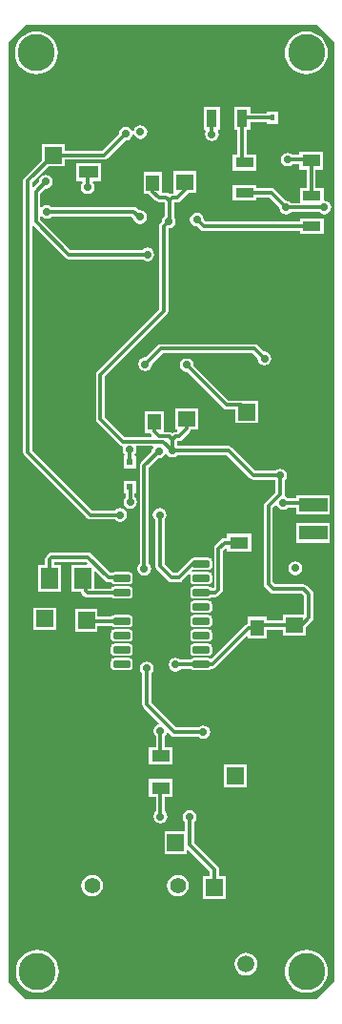
<source format=gbr>
%TF.GenerationSoftware,Altium Limited,Altium Designer,19.0.15 (446)*%
G04 Layer_Physical_Order=2*
G04 Layer_Color=16711680*
%FSLAX42Y42*%
%MOMM*%
%TF.FileFunction,Copper,L2,Bot,Signal*%
%TF.Part,Single*%
G01*
G75*
%TA.AperFunction,SMDPad,CuDef*%
%ADD10R,1.55X0.90*%
%ADD11R,1.60X0.90*%
%ADD12R,1.70X1.10*%
%ADD14R,0.90X1.60*%
%ADD19R,0.45X0.59*%
%TA.AperFunction,Conductor*%
%ADD23C,0.30*%
%TA.AperFunction,ComponentPad*%
%ADD24R,1.50X1.50*%
%ADD25C,1.40*%
%ADD26R,1.50X1.50*%
%ADD27C,1.50*%
%TA.AperFunction,ViaPad*%
%ADD28C,3.30*%
%ADD29C,0.70*%
%TA.AperFunction,ConnectorPad*%
%ADD30R,2.50X1.20*%
%TA.AperFunction,SMDPad,CuDef*%
%ADD31R,1.65X1.10*%
%ADD32R,1.50X1.40*%
%ADD33R,1.15X1.45*%
%ADD34R,0.60X0.60*%
G04:AMPARAMS|DCode=35|XSize=0.6mm|YSize=1.45mm|CornerRadius=0.05mm|HoleSize=0mm|Usage=FLASHONLY|Rotation=270.000|XOffset=0mm|YOffset=0mm|HoleType=Round|Shape=RoundedRectangle|*
%AMROUNDEDRECTD35*
21,1,0.60,1.35,0,0,270.0*
21,1,0.50,1.45,0,0,270.0*
1,1,0.10,-0.67,-0.25*
1,1,0.10,-0.67,0.25*
1,1,0.10,0.67,0.25*
1,1,0.10,0.67,-0.25*
%
%ADD35ROUNDEDRECTD35*%
%ADD36R,1.55X1.90*%
G36*
X6650Y12650D02*
X6800Y12500D01*
Y4160D01*
X6640Y4000D01*
X4060D01*
X3900Y4160D01*
X3900Y12490D01*
X4060Y12650D01*
X6650Y12650D01*
D02*
G37*
%LPC*%
G36*
X6550Y12591D02*
X6513Y12587D01*
X6477Y12576D01*
X6444Y12559D01*
X6415Y12535D01*
X6391Y12506D01*
X6374Y12473D01*
X6363Y12437D01*
X6359Y12400D01*
X6363Y12363D01*
X6374Y12327D01*
X6391Y12294D01*
X6415Y12265D01*
X6444Y12241D01*
X6477Y12224D01*
X6513Y12213D01*
X6550Y12209D01*
X6587Y12213D01*
X6623Y12224D01*
X6656Y12241D01*
X6685Y12265D01*
X6709Y12294D01*
X6726Y12327D01*
X6737Y12363D01*
X6741Y12400D01*
X6737Y12437D01*
X6726Y12473D01*
X6709Y12506D01*
X6685Y12535D01*
X6656Y12559D01*
X6623Y12576D01*
X6587Y12587D01*
X6550Y12591D01*
D02*
G37*
G36*
X4150D02*
X4113Y12587D01*
X4077Y12576D01*
X4044Y12559D01*
X4015Y12535D01*
X3991Y12506D01*
X3974Y12473D01*
X3963Y12437D01*
X3959Y12400D01*
X3963Y12363D01*
X3974Y12327D01*
X3991Y12294D01*
X4015Y12265D01*
X4044Y12241D01*
X4077Y12224D01*
X4113Y12213D01*
X4150Y12209D01*
X4187Y12213D01*
X4223Y12224D01*
X4256Y12241D01*
X4285Y12265D01*
X4309Y12294D01*
X4326Y12327D01*
X4337Y12363D01*
X4341Y12400D01*
X4337Y12437D01*
X4326Y12473D01*
X4309Y12506D01*
X4285Y12535D01*
X4256Y12559D01*
X4223Y12576D01*
X4187Y12587D01*
X4150Y12591D01*
D02*
G37*
G36*
X6050Y11927D02*
X5910D01*
Y11717D01*
X5939D01*
Y11495D01*
X5897D01*
Y11355D01*
X6103D01*
Y11495D01*
X6021D01*
Y11717D01*
X6050D01*
Y11782D01*
X6202D01*
Y11769D01*
X6297D01*
Y11878D01*
X6202D01*
Y11864D01*
X6050D01*
Y11927D01*
D02*
G37*
G36*
X5075Y11759D02*
X5052Y11754D01*
X5032Y11741D01*
X5018Y11721D01*
X5015Y11705D01*
X5002D01*
X5002Y11708D01*
X4988Y11728D01*
X4968Y11742D01*
X4945Y11746D01*
X4922Y11742D01*
X4902Y11728D01*
X4888Y11708D01*
X4884Y11685D01*
X4884Y11682D01*
X4736Y11533D01*
X4400D01*
Y11592D01*
X4200D01*
Y11450D01*
X4044Y11294D01*
X4035Y11281D01*
X4032Y11265D01*
X4032Y11265D01*
Y8855D01*
X4032Y8855D01*
X4035Y8839D01*
X4044Y8826D01*
X4599Y8271D01*
X4599Y8271D01*
X4612Y8262D01*
X4628Y8259D01*
X4628Y8259D01*
X4850D01*
X4852Y8257D01*
X4872Y8243D01*
X4895Y8239D01*
X4918Y8243D01*
X4938Y8257D01*
X4952Y8277D01*
X4956Y8300D01*
X4952Y8323D01*
X4938Y8343D01*
X4918Y8357D01*
X4895Y8361D01*
X4872Y8357D01*
X4852Y8343D01*
X4850Y8341D01*
X4644D01*
X4113Y8872D01*
Y10859D01*
X4126Y10864D01*
X4409Y10581D01*
X4422Y10572D01*
X4438Y10569D01*
X4438Y10569D01*
X5094D01*
X5114Y10556D01*
X5138Y10551D01*
X5161Y10556D01*
X5181Y10569D01*
X5194Y10589D01*
X5199Y10612D01*
X5194Y10636D01*
X5181Y10656D01*
X5161Y10669D01*
X5138Y10674D01*
X5114Y10669D01*
X5094Y10656D01*
X5091Y10651D01*
X4454D01*
X4186Y10919D01*
Y10948D01*
X4198Y10952D01*
X4202Y10947D01*
X4222Y10933D01*
X4245Y10929D01*
X4268Y10933D01*
X4288Y10947D01*
X4290Y10949D01*
X4997D01*
X5013Y10933D01*
X5016Y10919D01*
X5029Y10899D01*
X5049Y10886D01*
X5072Y10881D01*
X5096Y10886D01*
X5116Y10899D01*
X5129Y10919D01*
X5134Y10943D01*
X5129Y10966D01*
X5116Y10986D01*
X5096Y10999D01*
X5072Y11004D01*
X5061Y11001D01*
X5043Y11019D01*
X5030Y11028D01*
X5014Y11031D01*
X5014Y11031D01*
X4290D01*
X4288Y11033D01*
X4268Y11047D01*
X4245Y11051D01*
X4222Y11047D01*
X4202Y11033D01*
X4198Y11028D01*
X4186Y11032D01*
Y11151D01*
X4232Y11197D01*
X4235Y11196D01*
X4258Y11201D01*
X4278Y11214D01*
X4292Y11234D01*
X4296Y11257D01*
X4292Y11281D01*
X4278Y11301D01*
X4258Y11314D01*
X4235Y11319D01*
X4212Y11314D01*
X4192Y11301D01*
X4178Y11281D01*
X4174Y11257D01*
X4174Y11255D01*
X4126Y11206D01*
X4113Y11211D01*
Y11248D01*
X4258Y11392D01*
X4400D01*
Y11452D01*
X4752D01*
X4752Y11452D01*
X4768Y11455D01*
X4781Y11464D01*
X4942Y11624D01*
X4945Y11624D01*
X4968Y11628D01*
X4988Y11642D01*
X5002Y11662D01*
X5005Y11678D01*
X5018D01*
X5018Y11674D01*
X5032Y11654D01*
X5052Y11641D01*
X5075Y11636D01*
X5098Y11641D01*
X5118Y11654D01*
X5132Y11674D01*
X5136Y11697D01*
X5132Y11721D01*
X5118Y11741D01*
X5098Y11754D01*
X5075Y11759D01*
D02*
G37*
G36*
X5780Y11927D02*
X5640D01*
Y11717D01*
X5652D01*
X5658Y11706D01*
X5654Y11701D01*
X5649Y11678D01*
X5654Y11654D01*
X5667Y11634D01*
X5687Y11621D01*
X5710Y11616D01*
X5734Y11621D01*
X5754Y11634D01*
X5767Y11654D01*
X5772Y11678D01*
X5767Y11701D01*
X5763Y11706D01*
X5769Y11717D01*
X5780D01*
Y11927D01*
D02*
G37*
G36*
X6700Y11525D02*
X6485D01*
Y11493D01*
X6430D01*
X6428Y11496D01*
X6408Y11509D01*
X6385Y11514D01*
X6362Y11509D01*
X6342Y11496D01*
X6328Y11476D01*
X6324Y11453D01*
X6328Y11429D01*
X6342Y11409D01*
X6362Y11396D01*
X6385Y11391D01*
X6408Y11396D01*
X6428Y11409D01*
X6430Y11412D01*
X6485D01*
Y11365D01*
X6552D01*
Y11200D01*
X6495D01*
Y11069D01*
X6415D01*
X6413Y11071D01*
X6393Y11084D01*
X6370Y11089D01*
X6367Y11088D01*
X6266Y11189D01*
X6253Y11198D01*
X6238Y11201D01*
X6238Y11201D01*
X6103D01*
Y11230D01*
X5897D01*
Y11090D01*
X6103D01*
Y11119D01*
X6221D01*
X6309Y11030D01*
X6309Y11028D01*
X6313Y11004D01*
X6327Y10984D01*
X6347Y10971D01*
X6370Y10966D01*
X6393Y10971D01*
X6413Y10984D01*
X6415Y10987D01*
X6666D01*
X6667Y10985D01*
X6687Y10972D01*
X6710Y10967D01*
X6734Y10972D01*
X6754Y10985D01*
X6767Y11005D01*
X6772Y11028D01*
X6767Y11051D01*
X6754Y11071D01*
X6734Y11085D01*
X6710Y11089D01*
X6705Y11094D01*
Y11200D01*
X6634D01*
Y11365D01*
X6700D01*
Y11525D01*
D02*
G37*
G36*
X5570Y11350D02*
X5370D01*
Y11160D01*
X5360Y11153D01*
X5358D01*
X5358Y11153D01*
X5342Y11150D01*
X5333Y11144D01*
X5331Y11146D01*
X5318Y11155D01*
X5303Y11158D01*
X5302Y11158D01*
X5267D01*
Y11343D01*
X5103D01*
Y11147D01*
X5152D01*
X5156Y11141D01*
X5209Y11089D01*
X5222Y11080D01*
X5238Y11077D01*
X5238Y11077D01*
X5286D01*
X5292Y11071D01*
Y10952D01*
X5282Y10946D01*
X5268Y10926D01*
X5264Y10903D01*
X5264Y10900D01*
X5254Y10889D01*
X5245Y10876D01*
X5242Y10860D01*
X5242Y10860D01*
Y10124D01*
X4691Y9574D01*
X4682Y9561D01*
X4679Y9545D01*
X4679Y9545D01*
Y9153D01*
X4679Y9153D01*
X4682Y9137D01*
X4691Y9124D01*
X4892Y8923D01*
X4892Y8923D01*
X4905Y8914D01*
X4915Y8912D01*
X4922Y8901D01*
X4922Y8898D01*
X4918Y8877D01*
X4922Y8853D01*
X4933Y8838D01*
X4928Y8825D01*
X4928D01*
Y8715D01*
X5038D01*
Y8825D01*
X5031D01*
X5025Y8838D01*
X5036Y8853D01*
X5040Y8877D01*
X5036Y8898D01*
X5041Y8911D01*
X5181D01*
X5187Y8898D01*
X5181Y8888D01*
X5176Y8865D01*
X5177Y8862D01*
X5081Y8766D01*
X5072Y8753D01*
X5069Y8738D01*
X5069Y8737D01*
Y7867D01*
X5067Y7866D01*
X5053Y7846D01*
X5049Y7822D01*
X5053Y7799D01*
X5067Y7779D01*
X5087Y7766D01*
X5110Y7761D01*
X5133Y7766D01*
X5153Y7779D01*
X5167Y7799D01*
X5171Y7822D01*
X5167Y7846D01*
X5153Y7866D01*
X5151Y7867D01*
Y8721D01*
X5235Y8804D01*
X5238Y8804D01*
X5261Y8808D01*
X5281Y8822D01*
X5293Y8840D01*
X5301Y8841D01*
X5307Y8841D01*
X5317Y8827D01*
X5337Y8813D01*
X5360Y8809D01*
X5383Y8813D01*
X5403Y8827D01*
X5405Y8829D01*
X5843D01*
X6049Y8624D01*
X6049Y8624D01*
X6062Y8615D01*
X6078Y8612D01*
X6078Y8612D01*
X6271D01*
X6274Y8607D01*
X6277Y8605D01*
Y8500D01*
X6184Y8407D01*
X6175Y8394D01*
X6172Y8379D01*
X6172Y8379D01*
Y7690D01*
X6172Y7690D01*
X6175Y7674D01*
X6184Y7661D01*
X6231Y7614D01*
X6231Y7614D01*
X6244Y7605D01*
X6260Y7602D01*
X6508D01*
X6532Y7578D01*
Y7418D01*
X6343D01*
Y7363D01*
X6197D01*
Y7395D01*
X6033D01*
Y7337D01*
X6022Y7335D01*
X6009Y7326D01*
X6009Y7326D01*
X5705Y7023D01*
X5704Y7023D01*
X5694Y7030D01*
X5682Y7032D01*
X5548D01*
X5536Y7030D01*
X5526Y7023D01*
X5521Y7015D01*
X5431D01*
X5431Y7016D01*
X5411Y7029D01*
X5388Y7034D01*
X5364Y7029D01*
X5344Y7016D01*
X5331Y6996D01*
X5326Y6972D01*
X5331Y6949D01*
X5344Y6929D01*
X5364Y6916D01*
X5388Y6911D01*
X5411Y6916D01*
X5431Y6929D01*
X5434Y6934D01*
X5523D01*
X5526Y6930D01*
X5536Y6923D01*
X5548Y6921D01*
X5682D01*
X5694Y6923D01*
X5704Y6930D01*
X5708Y6936D01*
X5716D01*
X5717Y6936D01*
X5732Y6939D01*
X5745Y6948D01*
X6021Y7223D01*
X6033Y7218D01*
Y7200D01*
X6197D01*
Y7282D01*
X6343D01*
Y7228D01*
X6543D01*
Y7302D01*
X6549Y7306D01*
X6601Y7359D01*
X6601Y7359D01*
X6610Y7372D01*
X6613Y7388D01*
Y7595D01*
X6610Y7611D01*
X6601Y7624D01*
X6601Y7624D01*
X6554Y7671D01*
X6541Y7680D01*
X6525Y7683D01*
X6525Y7683D01*
X6277D01*
X6253Y7707D01*
Y8362D01*
X6277Y8385D01*
X6290Y8380D01*
X6302Y8362D01*
X6322Y8348D01*
X6345Y8344D01*
X6368Y8348D01*
X6388Y8362D01*
X6390Y8364D01*
X6460D01*
Y8305D01*
X6760D01*
Y8475D01*
X6460D01*
Y8446D01*
X6390D01*
X6388Y8448D01*
X6368Y8462D01*
X6365Y8462D01*
X6357Y8477D01*
X6358Y8484D01*
X6358Y8484D01*
Y8605D01*
X6361Y8607D01*
X6374Y8627D01*
X6379Y8650D01*
X6374Y8673D01*
X6361Y8693D01*
X6341Y8707D01*
X6317Y8711D01*
X6294Y8707D01*
X6274Y8693D01*
X6094D01*
X5889Y8899D01*
X5876Y8908D01*
X5860Y8911D01*
X5860Y8911D01*
X5405D01*
X5403Y8913D01*
X5401Y8915D01*
Y8951D01*
X5404Y8954D01*
X5417D01*
X5417Y8954D01*
X5433Y8957D01*
X5446Y8966D01*
X5514Y9034D01*
X5514Y9034D01*
X5523Y9047D01*
X5524Y9055D01*
X5585D01*
Y9245D01*
X5385D01*
Y9055D01*
X5399D01*
X5404Y9043D01*
X5399Y9036D01*
X5388D01*
X5388Y9036D01*
X5372Y9033D01*
X5360Y9025D01*
X5348Y9033D01*
X5333Y9036D01*
X5332Y9036D01*
X5282D01*
Y9222D01*
X5117D01*
Y9028D01*
X5161D01*
X5162Y9022D01*
X5171Y9009D01*
X5176Y9004D01*
X5171Y8992D01*
X4938D01*
X4761Y9169D01*
Y9528D01*
X5311Y10079D01*
X5311Y10079D01*
X5320Y10092D01*
X5323Y10107D01*
X5323Y10108D01*
Y10840D01*
X5325Y10841D01*
X5348Y10846D01*
X5368Y10859D01*
X5382Y10879D01*
X5386Y10903D01*
X5382Y10926D01*
X5373Y10938D01*
Y11071D01*
X5374Y11072D01*
X5402D01*
X5403Y11072D01*
X5418Y11075D01*
X5431Y11084D01*
X5499Y11151D01*
X5499Y11151D01*
X5505Y11160D01*
X5570D01*
Y11350D01*
D02*
G37*
G36*
X4728Y11422D02*
X4508D01*
Y11262D01*
X4556D01*
X4560Y11255D01*
X4561Y11250D01*
X4548Y11231D01*
X4544Y11207D01*
X4548Y11184D01*
X4562Y11164D01*
X4582Y11151D01*
X4605Y11146D01*
X4628Y11151D01*
X4648Y11164D01*
X4662Y11184D01*
X4666Y11207D01*
X4662Y11231D01*
X4649Y11250D01*
X4650Y11255D01*
X4654Y11262D01*
X4728D01*
Y11422D01*
D02*
G37*
G36*
X5578Y10981D02*
X5554Y10977D01*
X5534Y10963D01*
X5521Y10943D01*
X5516Y10920D01*
X5521Y10897D01*
X5534Y10877D01*
X5554Y10863D01*
X5578Y10859D01*
X5580Y10859D01*
X5609Y10831D01*
X5609Y10831D01*
X5622Y10822D01*
X5638Y10819D01*
X5638Y10819D01*
X6495D01*
Y10790D01*
X6705D01*
Y10930D01*
X6495D01*
Y10901D01*
X5654D01*
X5638Y10917D01*
X5639Y10920D01*
X5634Y10943D01*
X5621Y10963D01*
X5601Y10977D01*
X5578Y10981D01*
D02*
G37*
G36*
X6090Y9816D02*
X6090Y9816D01*
X5255D01*
X5255Y9816D01*
X5239Y9813D01*
X5226Y9804D01*
X5226Y9804D01*
X5120Y9698D01*
X5117Y9699D01*
X5094Y9694D01*
X5074Y9681D01*
X5061Y9661D01*
X5056Y9638D01*
X5061Y9614D01*
X5074Y9594D01*
X5094Y9581D01*
X5117Y9576D01*
X5141Y9581D01*
X5161Y9594D01*
X5174Y9614D01*
X5179Y9638D01*
X5178Y9640D01*
X5272Y9734D01*
X6073D01*
X6117Y9690D01*
X6116Y9688D01*
X6121Y9664D01*
X6134Y9644D01*
X6154Y9631D01*
X6178Y9626D01*
X6201Y9631D01*
X6221Y9644D01*
X6234Y9664D01*
X6239Y9688D01*
X6234Y9711D01*
X6221Y9731D01*
X6201Y9744D01*
X6178Y9749D01*
X6175Y9748D01*
X6119Y9804D01*
X6106Y9813D01*
X6103Y9813D01*
X6090Y9816D01*
D02*
G37*
G36*
X5488Y9691D02*
X5464Y9687D01*
X5444Y9673D01*
X5431Y9653D01*
X5426Y9630D01*
X5431Y9607D01*
X5444Y9587D01*
X5464Y9573D01*
X5488Y9569D01*
X5490Y9569D01*
X5814Y9246D01*
X5827Y9237D01*
X5843Y9234D01*
X5843Y9234D01*
X5922D01*
Y9115D01*
X6122D01*
Y9315D01*
X5974D01*
X5970Y9316D01*
X5970Y9316D01*
X5859D01*
X5548Y9627D01*
X5549Y9630D01*
X5544Y9653D01*
X5531Y9673D01*
X5511Y9687D01*
X5488Y9691D01*
D02*
G37*
G36*
X5038Y8605D02*
X4928D01*
Y8495D01*
X4943D01*
Y8459D01*
X4942Y8458D01*
X4928Y8438D01*
X4924Y8415D01*
X4928Y8392D01*
X4942Y8372D01*
X4962Y8358D01*
X4985Y8354D01*
X5008Y8358D01*
X5028Y8372D01*
X5042Y8392D01*
X5046Y8415D01*
X5042Y8438D01*
X5028Y8458D01*
X5025Y8461D01*
Y8495D01*
X5038D01*
Y8605D01*
D02*
G37*
G36*
X6060Y8135D02*
X5845D01*
Y8096D01*
X5823D01*
X5823Y8096D01*
X5807Y8093D01*
X5794Y8084D01*
X5794Y8084D01*
X5741Y8031D01*
X5732Y8018D01*
X5729Y8003D01*
X5729Y8002D01*
Y7657D01*
X5725Y7652D01*
X5708D01*
X5704Y7658D01*
X5694Y7665D01*
X5682Y7667D01*
X5548D01*
X5536Y7665D01*
X5526Y7658D01*
X5519Y7648D01*
X5517Y7636D01*
Y7587D01*
X5519Y7575D01*
X5526Y7565D01*
X5536Y7558D01*
X5548Y7556D01*
X5682D01*
X5694Y7558D01*
X5704Y7565D01*
X5708Y7571D01*
X5741D01*
X5742Y7571D01*
X5757Y7574D01*
X5770Y7583D01*
X5799Y7611D01*
X5799Y7611D01*
X5808Y7624D01*
X5811Y7640D01*
X5811Y7640D01*
Y7986D01*
X5832Y8007D01*
X5845Y8002D01*
Y7975D01*
X6060D01*
Y8135D01*
D02*
G37*
G36*
X6760Y8225D02*
X6460D01*
Y8055D01*
X6760D01*
Y8225D01*
D02*
G37*
G36*
X4610Y7966D02*
X4610Y7966D01*
X4288D01*
X4288Y7966D01*
X4272Y7963D01*
X4259Y7954D01*
X4259Y7954D01*
X4241Y7936D01*
X4232Y7923D01*
X4229Y7907D01*
X4229Y7907D01*
Y7860D01*
X4167D01*
Y7620D01*
X4372D01*
Y7860D01*
X4311D01*
Y7884D01*
X4593D01*
X4606Y7872D01*
X4601Y7860D01*
X4462D01*
Y7620D01*
X4548D01*
X4550Y7609D01*
X4559Y7596D01*
X4576Y7579D01*
X4576Y7579D01*
X4589Y7570D01*
X4605Y7567D01*
X4605Y7567D01*
X4820D01*
X4821Y7565D01*
X4831Y7558D01*
X4843Y7556D01*
X4977D01*
X4989Y7558D01*
X4999Y7565D01*
X5006Y7575D01*
X5008Y7587D01*
Y7636D01*
X5006Y7648D01*
X4999Y7658D01*
X4989Y7665D01*
X4977Y7667D01*
X4843D01*
X4831Y7665D01*
X4821Y7658D01*
X4814Y7648D01*
X4667D01*
Y7793D01*
X4679Y7798D01*
X4764Y7714D01*
X4764Y7714D01*
X4777Y7705D01*
X4792Y7702D01*
X4814D01*
X4821Y7692D01*
X4831Y7685D01*
X4843Y7683D01*
X4977D01*
X4989Y7685D01*
X4999Y7692D01*
X5006Y7702D01*
X5008Y7714D01*
Y7763D01*
X5006Y7775D01*
X4999Y7785D01*
X4989Y7792D01*
X4977Y7794D01*
X4843D01*
X4831Y7792D01*
X4821Y7785D01*
X4808Y7785D01*
X4639Y7954D01*
X4626Y7963D01*
X4623Y7963D01*
X4610Y7966D01*
D02*
G37*
G36*
X5247Y8361D02*
X5224Y8357D01*
X5204Y8343D01*
X5191Y8323D01*
X5186Y8300D01*
X5191Y8277D01*
X5204Y8257D01*
X5207Y8255D01*
Y7851D01*
X5207Y7851D01*
X5210Y7836D01*
X5219Y7823D01*
X5325Y7716D01*
X5338Y7707D01*
X5354Y7704D01*
X5354Y7704D01*
X5416D01*
X5416Y7704D01*
X5432Y7707D01*
X5445Y7716D01*
X5508Y7779D01*
X5519Y7772D01*
X5517Y7763D01*
Y7714D01*
X5519Y7702D01*
X5526Y7692D01*
X5536Y7685D01*
X5548Y7683D01*
X5682D01*
X5694Y7685D01*
X5704Y7692D01*
X5711Y7702D01*
X5713Y7714D01*
Y7763D01*
X5711Y7775D01*
X5704Y7785D01*
X5694Y7792D01*
X5682Y7794D01*
X5548D01*
X5540Y7793D01*
X5533Y7803D01*
X5541Y7811D01*
X5548Y7810D01*
X5682D01*
X5694Y7812D01*
X5704Y7819D01*
X5711Y7829D01*
X5713Y7841D01*
Y7890D01*
X5711Y7902D01*
X5704Y7912D01*
X5694Y7919D01*
X5682Y7921D01*
X5548D01*
X5536Y7919D01*
X5526Y7912D01*
X5519Y7902D01*
X5519Y7902D01*
X5507Y7894D01*
X5507Y7894D01*
X5399Y7786D01*
X5371D01*
X5288Y7868D01*
Y8255D01*
X5291Y8257D01*
X5304Y8277D01*
X5309Y8300D01*
X5304Y8323D01*
X5291Y8343D01*
X5271Y8357D01*
X5247Y8361D01*
D02*
G37*
G36*
X6453Y7889D02*
X6429Y7884D01*
X6409Y7871D01*
X6396Y7851D01*
X6391Y7828D01*
X6396Y7804D01*
X6409Y7784D01*
X6429Y7771D01*
X6453Y7766D01*
X6476Y7771D01*
X6496Y7784D01*
X6509Y7804D01*
X6514Y7828D01*
X6509Y7851D01*
X6496Y7871D01*
X6476Y7884D01*
X6453Y7889D01*
D02*
G37*
G36*
X5682Y7540D02*
X5548D01*
X5536Y7538D01*
X5526Y7531D01*
X5519Y7521D01*
X5517Y7509D01*
Y7460D01*
X5519Y7448D01*
X5526Y7438D01*
X5536Y7431D01*
X5548Y7429D01*
X5682D01*
X5694Y7431D01*
X5704Y7438D01*
X5711Y7448D01*
X5713Y7460D01*
Y7509D01*
X5711Y7521D01*
X5704Y7531D01*
X5694Y7538D01*
X5682Y7540D01*
D02*
G37*
G36*
Y7413D02*
X5548D01*
X5536Y7411D01*
X5526Y7404D01*
X5519Y7394D01*
X5517Y7382D01*
Y7333D01*
X5519Y7321D01*
X5526Y7311D01*
X5536Y7304D01*
X5548Y7302D01*
X5682D01*
X5694Y7304D01*
X5704Y7311D01*
X5711Y7321D01*
X5713Y7333D01*
Y7382D01*
X5711Y7394D01*
X5704Y7404D01*
X5694Y7411D01*
X5682Y7413D01*
D02*
G37*
G36*
X4695Y7465D02*
X4495D01*
Y7265D01*
X4695D01*
Y7317D01*
X4817D01*
X4821Y7311D01*
X4831Y7304D01*
X4843Y7302D01*
X4977D01*
X4989Y7304D01*
X4999Y7311D01*
X5006Y7321D01*
X5008Y7333D01*
Y7382D01*
X5006Y7394D01*
X4999Y7404D01*
X4989Y7411D01*
X4977Y7413D01*
X4843D01*
X4831Y7411D01*
X4821Y7404D01*
X4817Y7398D01*
X4695D01*
Y7465D01*
D02*
G37*
G36*
X4325Y7478D02*
X4125D01*
Y7278D01*
X4325D01*
Y7478D01*
D02*
G37*
G36*
X5682Y7286D02*
X5548D01*
X5536Y7284D01*
X5526Y7277D01*
X5519Y7267D01*
X5517Y7255D01*
Y7206D01*
X5519Y7194D01*
X5526Y7184D01*
X5536Y7177D01*
X5548Y7175D01*
X5682D01*
X5694Y7177D01*
X5704Y7184D01*
X5711Y7194D01*
X5713Y7206D01*
Y7255D01*
X5711Y7267D01*
X5704Y7277D01*
X5694Y7284D01*
X5682Y7286D01*
D02*
G37*
G36*
X4977D02*
X4843D01*
X4831Y7284D01*
X4821Y7277D01*
X4814Y7267D01*
X4812Y7255D01*
Y7206D01*
X4814Y7194D01*
X4821Y7184D01*
X4831Y7177D01*
X4843Y7175D01*
X4977D01*
X4989Y7177D01*
X4999Y7184D01*
X5006Y7194D01*
X5008Y7206D01*
Y7255D01*
X5006Y7267D01*
X4999Y7277D01*
X4989Y7284D01*
X4977Y7286D01*
D02*
G37*
G36*
X5682Y7159D02*
X5548D01*
X5536Y7157D01*
X5526Y7150D01*
X5519Y7140D01*
X5517Y7128D01*
Y7079D01*
X5519Y7067D01*
X5526Y7057D01*
X5536Y7050D01*
X5548Y7048D01*
X5682D01*
X5694Y7050D01*
X5704Y7057D01*
X5711Y7067D01*
X5713Y7079D01*
Y7128D01*
X5711Y7140D01*
X5704Y7150D01*
X5694Y7157D01*
X5682Y7159D01*
D02*
G37*
G36*
X4977D02*
X4843D01*
X4831Y7157D01*
X4821Y7150D01*
X4814Y7140D01*
X4812Y7128D01*
Y7079D01*
X4814Y7067D01*
X4821Y7057D01*
X4831Y7050D01*
X4843Y7048D01*
X4977D01*
X4989Y7050D01*
X4999Y7057D01*
X5006Y7067D01*
X5008Y7079D01*
Y7128D01*
X5006Y7140D01*
X4999Y7150D01*
X4989Y7157D01*
X4977Y7159D01*
D02*
G37*
G36*
Y7032D02*
X4843D01*
X4831Y7030D01*
X4821Y7023D01*
X4814Y7013D01*
X4812Y7001D01*
Y6952D01*
X4814Y6940D01*
X4821Y6930D01*
X4831Y6923D01*
X4843Y6921D01*
X4977D01*
X4989Y6923D01*
X4999Y6930D01*
X5006Y6940D01*
X5008Y6952D01*
Y7001D01*
X5006Y7013D01*
X4999Y7023D01*
X4989Y7030D01*
X4977Y7032D01*
D02*
G37*
G36*
X5133Y6999D02*
X5109Y6994D01*
X5089Y6981D01*
X5076Y6961D01*
X5072Y6938D01*
X5076Y6914D01*
X5089Y6894D01*
X5092Y6893D01*
Y6617D01*
X5092Y6617D01*
X5095Y6602D01*
X5104Y6588D01*
X5240Y6453D01*
X5236Y6440D01*
X5229Y6439D01*
X5209Y6426D01*
X5196Y6406D01*
X5191Y6383D01*
X5196Y6359D01*
X5209Y6339D01*
X5212Y6338D01*
Y6242D01*
X5148D01*
Y6083D01*
X5363D01*
Y6242D01*
X5293D01*
Y6338D01*
X5296Y6339D01*
X5309Y6359D01*
X5310Y6366D01*
X5323Y6370D01*
X5349Y6344D01*
X5349Y6344D01*
X5362Y6335D01*
X5378Y6332D01*
X5378Y6332D01*
X5590D01*
X5592Y6329D01*
X5612Y6316D01*
X5635Y6311D01*
X5658Y6316D01*
X5678Y6329D01*
X5692Y6349D01*
X5696Y6372D01*
X5692Y6396D01*
X5678Y6416D01*
X5658Y6429D01*
X5635Y6434D01*
X5612Y6429D01*
X5592Y6416D01*
X5590Y6413D01*
X5394D01*
X5174Y6634D01*
Y6893D01*
X5176Y6894D01*
X5189Y6914D01*
X5194Y6938D01*
X5189Y6961D01*
X5176Y6981D01*
X5156Y6994D01*
X5133Y6999D01*
D02*
G37*
G36*
X6017Y6085D02*
X5817D01*
Y5885D01*
X6017D01*
Y6085D01*
D02*
G37*
G36*
X5363Y5958D02*
X5148D01*
Y5798D01*
X5214D01*
Y5670D01*
X5211Y5668D01*
X5198Y5648D01*
X5193Y5625D01*
X5198Y5602D01*
X5211Y5582D01*
X5231Y5568D01*
X5254Y5564D01*
X5278Y5568D01*
X5298Y5582D01*
X5311Y5602D01*
X5316Y5625D01*
X5311Y5648D01*
X5298Y5668D01*
X5295Y5670D01*
Y5798D01*
X5363D01*
Y5958D01*
D02*
G37*
G36*
X5407Y5106D02*
X5382Y5103D01*
X5359Y5093D01*
X5339Y5078D01*
X5324Y5058D01*
X5314Y5035D01*
X5311Y5010D01*
X5314Y4985D01*
X5324Y4962D01*
X5339Y4942D01*
X5359Y4927D01*
X5382Y4917D01*
X5407Y4914D01*
X5432Y4917D01*
X5455Y4927D01*
X5475Y4942D01*
X5490Y4962D01*
X5500Y4985D01*
X5503Y5010D01*
X5500Y5035D01*
X5490Y5058D01*
X5475Y5078D01*
X5455Y5093D01*
X5432Y5103D01*
X5407Y5106D01*
D02*
G37*
G36*
X4645D02*
X4620Y5103D01*
X4597Y5093D01*
X4577Y5078D01*
X4562Y5058D01*
X4552Y5035D01*
X4549Y5010D01*
X4552Y4985D01*
X4562Y4962D01*
X4577Y4942D01*
X4597Y4927D01*
X4620Y4917D01*
X4645Y4914D01*
X4670Y4917D01*
X4693Y4927D01*
X4713Y4942D01*
X4728Y4962D01*
X4738Y4985D01*
X4741Y5010D01*
X4738Y5035D01*
X4728Y5058D01*
X4713Y5078D01*
X4693Y5093D01*
X4670Y5103D01*
X4645Y5106D01*
D02*
G37*
G36*
X5512Y5681D02*
X5489Y5677D01*
X5469Y5663D01*
X5456Y5643D01*
X5451Y5620D01*
X5456Y5597D01*
X5469Y5577D01*
X5472Y5575D01*
Y5490D01*
X5288D01*
Y5290D01*
X5487D01*
Y5326D01*
X5499Y5331D01*
X5694Y5136D01*
Y5097D01*
X5635D01*
Y4897D01*
X5835D01*
Y5097D01*
X5776D01*
Y5153D01*
X5773Y5168D01*
X5764Y5181D01*
X5764Y5181D01*
X5553Y5392D01*
Y5575D01*
X5556Y5577D01*
X5569Y5597D01*
X5574Y5620D01*
X5569Y5643D01*
X5556Y5663D01*
X5536Y5677D01*
X5512Y5681D01*
D02*
G37*
G36*
X6015Y4416D02*
X5989Y4412D01*
X5965Y4402D01*
X5944Y4386D01*
X5928Y4365D01*
X5918Y4341D01*
X5914Y4315D01*
X5918Y4289D01*
X5928Y4265D01*
X5944Y4244D01*
X5965Y4228D01*
X5989Y4218D01*
X6015Y4214D01*
X6041Y4218D01*
X6065Y4228D01*
X6086Y4244D01*
X6102Y4265D01*
X6112Y4289D01*
X6116Y4315D01*
X6112Y4341D01*
X6102Y4365D01*
X6086Y4386D01*
X6065Y4402D01*
X6041Y4412D01*
X6015Y4416D01*
D02*
G37*
G36*
X6550Y4441D02*
X6513Y4437D01*
X6477Y4426D01*
X6444Y4409D01*
X6415Y4385D01*
X6391Y4356D01*
X6374Y4323D01*
X6363Y4287D01*
X6359Y4250D01*
X6363Y4213D01*
X6374Y4177D01*
X6391Y4144D01*
X6415Y4115D01*
X6444Y4091D01*
X6477Y4074D01*
X6513Y4063D01*
X6550Y4059D01*
X6587Y4063D01*
X6623Y4074D01*
X6656Y4091D01*
X6685Y4115D01*
X6709Y4144D01*
X6726Y4177D01*
X6737Y4213D01*
X6741Y4250D01*
X6737Y4287D01*
X6726Y4323D01*
X6709Y4356D01*
X6685Y4385D01*
X6656Y4409D01*
X6623Y4426D01*
X6587Y4437D01*
X6550Y4441D01*
D02*
G37*
G36*
X4160D02*
X4123Y4437D01*
X4087Y4426D01*
X4054Y4409D01*
X4025Y4385D01*
X4001Y4356D01*
X3984Y4323D01*
X3973Y4287D01*
X3969Y4250D01*
X3973Y4213D01*
X3984Y4177D01*
X4001Y4144D01*
X4025Y4115D01*
X4054Y4091D01*
X4087Y4074D01*
X4123Y4063D01*
X4160Y4059D01*
X4197Y4063D01*
X4233Y4074D01*
X4266Y4091D01*
X4295Y4115D01*
X4319Y4144D01*
X4336Y4177D01*
X4347Y4213D01*
X4351Y4250D01*
X4347Y4287D01*
X4336Y4323D01*
X4319Y4356D01*
X4295Y4385D01*
X4266Y4409D01*
X4233Y4426D01*
X4197Y4437D01*
X4160Y4441D01*
D02*
G37*
%LPD*%
D10*
X6000Y11425D02*
D03*
Y11160D02*
D03*
D11*
X6600Y10860D02*
D03*
Y11130D02*
D03*
D12*
X4617Y11343D02*
D03*
Y11612D02*
D03*
D14*
X5980Y11822D02*
D03*
X5710D02*
D03*
D19*
X6250Y11612D02*
D03*
Y11823D02*
D03*
D23*
X6595Y8405D02*
X6610Y8390D01*
X6345Y8405D02*
X6595D01*
X5753Y9705D02*
X6606Y8851D01*
X6570Y8640D02*
X6607Y8677D01*
X4565Y8065D02*
X4765Y7865D01*
X4305Y8065D02*
X4565D01*
X4797Y5770D02*
Y5872D01*
X4726Y5698D02*
X4797Y5770D01*
X4563Y5698D02*
X4726D01*
X4563D02*
X5426Y4835D01*
X4285Y5976D02*
X4563Y5698D01*
X4610Y7925D02*
X4792Y7743D01*
X4288Y7925D02*
X4610D01*
X4765Y7865D02*
X4910D01*
X4906Y7743D02*
X4910Y7739D01*
X4270Y7907D02*
X4288Y7925D01*
X4792Y7743D02*
X4906D01*
X4050Y7810D02*
X4305Y8065D01*
X4050Y7270D02*
Y7810D01*
Y7270D02*
X4285Y7035D01*
Y6747D02*
Y7035D01*
X4462Y7472D02*
X4480Y7490D01*
X4904D01*
X4910Y7485D01*
X4462Y7213D02*
Y7472D01*
X4285Y7035D02*
X4462Y7213D01*
X4822Y9418D02*
X4938Y9532D01*
X5095D01*
X4720Y9545D02*
X5283Y10107D01*
X4720Y9153D02*
Y9545D01*
Y9153D02*
X4921Y8952D01*
X5278D01*
X5217Y9532D02*
X5310Y9625D01*
X5095Y9532D02*
X5217D01*
X5030Y9597D02*
X5095Y9532D01*
X5412Y10861D02*
X5638Y11086D01*
X5412Y10112D02*
Y10861D01*
X5030Y9730D02*
X5412Y10112D01*
X6090Y9775D02*
X6178Y9688D01*
X5255Y9775D02*
X6090D01*
X5117Y9638D02*
X5255Y9775D01*
X5405Y9705D02*
X5753D01*
X5360Y9660D02*
X5405Y9705D01*
X5360Y9625D02*
Y9660D01*
X6607Y8677D02*
Y8850D01*
X6570Y8640D02*
X6610D01*
X5858Y5197D02*
Y5235D01*
X6460Y5838D01*
X5462Y4835D02*
X5470Y4828D01*
X5426Y4835D02*
X5462D01*
X4285Y5976D02*
Y6747D01*
X5247Y7851D02*
X5354Y7745D01*
X5247Y7851D02*
Y8300D01*
X5354Y7745D02*
X5416D01*
X5536Y7865D01*
X5615D01*
X5110Y8738D02*
X5238Y8865D01*
X5110Y7822D02*
Y8738D01*
X5615Y7865D02*
X5615Y7865D01*
X4628Y8300D02*
X4895D01*
X4072Y8855D02*
X4628Y8300D01*
X4072Y8855D02*
Y11265D01*
X4300Y11492D01*
X4438Y10610D02*
X5135D01*
X4145Y10903D02*
Y11168D01*
X5135Y10610D02*
X5138Y10612D01*
X4145Y11168D02*
X4235Y11257D01*
X4145Y10903D02*
X4438Y10610D01*
X4270Y7740D02*
Y7907D01*
X4588Y7625D02*
X4605Y7607D01*
X4906D01*
X4910Y7611D01*
X4588Y7625D02*
Y7718D01*
X4565Y7740D02*
X4588Y7718D01*
X4603Y7357D02*
X4910D01*
X4595Y7365D02*
X4603Y7357D01*
X5953Y7548D02*
X5970Y7530D01*
X6112D01*
X6115Y7528D01*
X5953Y7548D02*
Y7770D01*
X5770Y8003D02*
X5823Y8055D01*
X5953D01*
X5770Y7640D02*
Y8003D01*
X5742Y7611D02*
X5770Y7640D01*
X5615Y7611D02*
X5742D01*
X5615Y6976D02*
X5717D01*
X6038Y7297D02*
X6115D01*
X5717Y6976D02*
X6038Y7297D01*
X5388Y6972D02*
X5390Y6975D01*
X5613D01*
X5615Y6976D01*
X5133Y6617D02*
Y6938D01*
Y6617D02*
X5378Y6372D01*
X6115Y7528D02*
Y8145D01*
X5960Y8300D02*
X6115Y8145D01*
X5408Y8300D02*
X5960D01*
X6525Y7643D02*
X6572Y7595D01*
Y7388D02*
Y7595D01*
X6520Y7335D02*
X6572Y7388D01*
X6455Y7335D02*
X6520D01*
X6260Y7643D02*
X6525D01*
X6212Y7690D02*
X6260Y7643D01*
X6212Y7690D02*
Y8379D01*
X6317Y8484D01*
X6443Y7322D02*
X6455Y7335D01*
X6317Y8484D02*
Y8650D01*
X5385Y8278D02*
X5408Y8300D01*
X5385Y7820D02*
Y8278D01*
X6115Y7528D02*
X6130Y7512D01*
X6443D01*
X6115Y7297D02*
X6140Y7322D01*
X6443D01*
X6710Y11028D02*
X6710Y11028D01*
X6370Y11028D02*
X6710D01*
X6370Y11028D02*
X6370Y11028D01*
X5970Y9275D02*
X6030Y9215D01*
X4808Y11772D02*
X5247D01*
X4647Y11612D02*
X4808Y11772D01*
X5247D02*
X5329Y11689D01*
X4617Y11612D02*
X4647D01*
X4587Y11643D02*
X4617Y11612D01*
X4300Y11643D02*
X4587D01*
X4605Y11207D02*
Y11330D01*
X4617Y11343D01*
X6238Y11160D02*
X6370Y11028D01*
X6000Y11160D02*
X6238D01*
X6385Y11453D02*
X6585D01*
X6593Y11445D01*
Y11137D02*
X6600Y11130D01*
X6593Y11137D02*
Y11445D01*
X6250Y11612D02*
X6362D01*
X6380Y11630D01*
Y11695D01*
X6415Y11730D01*
X6593D01*
X5329Y11725D02*
Y11850D01*
Y11689D02*
Y11725D01*
X6593Y11730D02*
Y11907D01*
X6563Y11937D02*
X6593Y11907D01*
X5417Y11937D02*
X6563D01*
X5329Y11850D02*
X5417Y11937D01*
X5638Y11086D02*
Y11628D01*
X5523Y11743D02*
X5638Y11628D01*
X5347Y11743D02*
X5523D01*
X5980Y11445D02*
X6000Y11425D01*
X5980Y11445D02*
Y11822D01*
X4752Y11492D02*
X4945Y11685D01*
X4300Y11492D02*
X4752D01*
X5981Y11823D02*
X6250D01*
X5980Y11822D02*
X5981Y11823D01*
X5710Y11678D02*
Y11822D01*
X5710Y11822D02*
X5710Y11822D01*
X4245Y10990D02*
X5014D01*
X5062Y10943D01*
X5072D01*
X5283Y10860D02*
X5325Y10903D01*
X5283Y10107D02*
Y10860D01*
X5578Y10920D02*
X5638Y10860D01*
X6600D01*
X5333Y10910D02*
Y11088D01*
X5325Y10903D02*
X5333Y10910D01*
X5310Y9625D02*
X5360D01*
X5030Y9597D02*
Y9730D01*
X5329Y11725D02*
X5347Y11743D01*
X5488Y9630D02*
X5843Y9275D01*
X5300Y9485D02*
X5360Y9545D01*
X5255Y9485D02*
X5300D01*
X5360Y9545D02*
X5488Y9418D01*
X5278Y8952D02*
X5360Y8870D01*
X6078Y8653D02*
X6315D01*
X6317Y8650D01*
X5860Y8870D02*
X6078Y8653D01*
X5360Y8870D02*
X5860D01*
X5238Y11118D02*
X5303D01*
X5185Y11170D02*
X5238Y11118D01*
X5185Y11170D02*
Y11245D01*
X5303Y11118D02*
X5333Y11088D01*
X5470Y11180D02*
Y11255D01*
X5403Y11112D02*
X5470Y11180D01*
X5358Y11112D02*
X5403D01*
X5333Y11088D02*
X5358Y11112D01*
X5329Y11610D02*
X5366Y11573D01*
X5419D01*
X5470Y11522D01*
Y11445D02*
Y11522D01*
X5295Y11575D02*
X5329Y11610D01*
X5212Y11575D02*
X5295D01*
X5192Y11555D02*
X5212Y11575D01*
X5192Y11482D02*
Y11555D01*
X5329Y11610D02*
Y11689D01*
X5185Y11475D02*
X5192Y11482D01*
X5843Y9275D02*
X5970D01*
X5488Y9343D02*
Y9418D01*
X5485Y9340D02*
X5488Y9343D01*
X4979Y8877D02*
X4981Y8875D01*
Y8772D02*
Y8875D01*
Y8772D02*
X4983Y8770D01*
X4984Y8416D02*
X4985Y8415D01*
X4984Y8416D02*
Y8549D01*
X4983Y8550D02*
X4984Y8549D01*
X5200Y9430D02*
X5255Y9485D01*
X5200Y9355D02*
Y9430D01*
X5360Y9545D02*
Y9625D01*
X5242Y8995D02*
X5333D01*
X5200Y9038D02*
X5242Y8995D01*
X5200Y9038D02*
Y9125D01*
X5485Y9063D02*
Y9150D01*
X5417Y8995D02*
X5485Y9063D01*
X5388Y8995D02*
X5417D01*
X5360Y8967D02*
X5388Y8995D01*
X5333D02*
X5360Y8967D01*
Y8870D02*
Y8967D01*
X5378Y6372D02*
X5635D01*
X5858Y4880D02*
Y5197D01*
X5635Y5419D02*
X5858Y5197D01*
X5635Y5419D02*
Y5613D01*
X5470Y4828D02*
X5805D01*
X5858Y4880D01*
X5735Y4997D02*
Y5153D01*
X5735Y4997D02*
X5735Y4997D01*
X5512Y5375D02*
X5735Y5153D01*
X5512Y5375D02*
Y5620D01*
X5254Y5625D02*
Y5877D01*
X5255Y5878D01*
X5253Y6165D02*
X5255Y6162D01*
X5253Y6165D02*
Y6383D01*
D24*
X4300Y11492D02*
D03*
X5917Y5985D02*
D03*
X4595Y7365D02*
D03*
X6022Y9215D02*
D03*
X4225Y7378D02*
D03*
X5735Y4997D02*
D03*
X5388Y5390D02*
D03*
D25*
X5407Y5010D02*
D03*
X4645D02*
D03*
D26*
X6015Y4569D02*
D03*
D27*
Y4315D02*
D03*
D28*
X6550Y12400D02*
D03*
X4150D02*
D03*
X4160Y4250D02*
D03*
X6550D02*
D03*
D29*
X4797Y5872D02*
D03*
X6607Y8853D02*
D03*
X4560Y8060D02*
D03*
X4822Y9418D02*
D03*
X4285Y6747D02*
D03*
X6460Y5838D02*
D03*
X5247Y8300D02*
D03*
X4895D02*
D03*
X5388Y6972D02*
D03*
X5133Y6938D02*
D03*
X5385Y7820D02*
D03*
X6345Y8405D02*
D03*
X6710Y11028D02*
D03*
X4300Y11643D02*
D03*
X4605Y11207D02*
D03*
X6370Y11028D02*
D03*
X6385Y11453D02*
D03*
X4945Y11685D02*
D03*
X5710Y11678D02*
D03*
X5138Y10612D02*
D03*
X4245Y10990D02*
D03*
X4235Y11257D02*
D03*
X5578Y10920D02*
D03*
X5325Y10903D02*
D03*
X5072Y10943D02*
D03*
X5488Y9630D02*
D03*
X6178Y9688D02*
D03*
X6317Y8650D02*
D03*
X5117Y9638D02*
D03*
X5075Y11697D02*
D03*
X5329Y11689D02*
D03*
X4985Y8415D02*
D03*
X4979Y8877D02*
D03*
X5238Y8865D02*
D03*
X5110Y7822D02*
D03*
X5360Y8870D02*
D03*
X5360Y9625D02*
D03*
X6453Y7828D02*
D03*
X5635Y6372D02*
D03*
X5635Y5613D02*
D03*
X5512Y5620D02*
D03*
X5253Y6383D02*
D03*
X5254Y5625D02*
D03*
X5470Y4828D02*
D03*
D30*
X6610Y8640D02*
D03*
Y8390D02*
D03*
Y8140D02*
D03*
D31*
X5953Y8055D02*
D03*
Y7770D02*
D03*
X6593Y11445D02*
D03*
Y11730D02*
D03*
X5255Y6162D02*
D03*
Y5878D02*
D03*
D32*
X5470Y11445D02*
D03*
Y11255D02*
D03*
X5485Y9340D02*
D03*
Y9150D02*
D03*
X6443Y7512D02*
D03*
Y7322D02*
D03*
D33*
X5185Y11245D02*
D03*
Y11475D02*
D03*
X5200Y9125D02*
D03*
Y9355D02*
D03*
X6115Y7297D02*
D03*
Y7528D02*
D03*
D34*
X4983Y8550D02*
D03*
Y8770D02*
D03*
D35*
X5615Y7865D02*
D03*
Y7739D02*
D03*
Y7611D02*
D03*
Y7485D02*
D03*
Y7357D02*
D03*
Y7231D02*
D03*
Y7104D02*
D03*
Y6976D02*
D03*
X4910Y7865D02*
D03*
Y7739D02*
D03*
Y7611D02*
D03*
Y7485D02*
D03*
Y7357D02*
D03*
Y7231D02*
D03*
Y7104D02*
D03*
Y6976D02*
D03*
D36*
X4565Y7740D02*
D03*
X4270D02*
D03*
%TF.MD5,00c5bd03e599cab3656e07c67fa2705a*%
M02*

</source>
